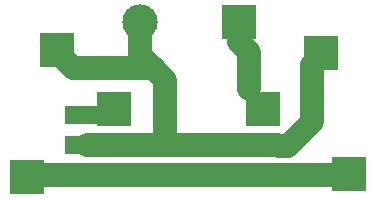
<source format=gbr>
%TF.GenerationSoftware,KiCad,Pcbnew,(6.0.4)*%
%TF.CreationDate,2023-01-17T21:54:18-05:00*%
%TF.ProjectId,Analog bridge,416e616c-6f67-4206-9272-696467652e6b,rev?*%
%TF.SameCoordinates,Original*%
%TF.FileFunction,Copper,L1,Top*%
%TF.FilePolarity,Positive*%
%FSLAX46Y46*%
G04 Gerber Fmt 4.6, Leading zero omitted, Abs format (unit mm)*
G04 Created by KiCad (PCBNEW (6.0.4)) date 2023-01-17 21:54:18*
%MOMM*%
%LPD*%
G01*
G04 APERTURE LIST*
%TA.AperFunction,ComponentPad*%
%ADD10R,3.000000X3.000000*%
%TD*%
%TA.AperFunction,ComponentPad*%
%ADD11O,3.000000X3.000000*%
%TD*%
%TA.AperFunction,SMDPad,CuDef*%
%ADD12R,3.810000X1.524000*%
%TD*%
%TA.AperFunction,Conductor*%
%ADD13C,2.000000*%
%TD*%
%TA.AperFunction,Conductor*%
%ADD14C,1.000000*%
%TD*%
G04 APERTURE END LIST*
D10*
%TO.P,REF\u002A\u002A,1*%
%TO.N,N/C*%
X4500000Y-14600000D03*
%TD*%
%TO.P,REF\u002A\u002A,1*%
%TO.N,N/C*%
X29400000Y-4100000D03*
%TD*%
%TO.P,barreljack1,1*%
%TO.N,Net-(BUTTON1-Pad1)*%
X22500000Y-1500000D03*
D11*
%TO.P,barreljack1,2*%
%TO.N,Net-(U1-Pad1)*%
X14100000Y-1500000D03*
%TD*%
D10*
%TO.P,BUTTON1,1,A*%
%TO.N,Net-(BUTTON1-Pad1)*%
X24525000Y-8900000D03*
%TO.P,BUTTON1,2,B*%
%TO.N,Net-(BUTTON1-Pad2)*%
X11925000Y-8900000D03*
%TD*%
D12*
%TO.P,3.3V_POLULO,1,GND*%
%TO.N,Net-(U1-Pad1)*%
X9570004Y-11940000D03*
%TO.P,3.3V_POLULO,4,VIN*%
%TO.N,Net-(BUTTON1-Pad2)*%
X9570004Y-9400000D03*
%TO.P,3.3V_POLULO,5,VOUT*%
%TO.N,Net-(REED1-Pad2)*%
X9570004Y-14480000D03*
%TD*%
D10*
%TO.P,REF\u002A\u002A,1*%
%TO.N,N/C*%
X31800000Y-14400000D03*
%TD*%
%TO.P,REF\u002A\u002A,1*%
%TO.N,N/C*%
X7100000Y-3900000D03*
%TD*%
D13*
%TO.N,Net-(BUTTON1-Pad1)*%
X23325000Y-4025000D02*
X23325000Y-7200000D01*
X22500000Y-1500000D02*
X22500000Y-3200000D01*
X22500000Y-3200000D02*
X23325000Y-4025000D01*
%TO.N,Net-(U1-Pad1)*%
X6958760Y-3942343D02*
X8452642Y-5436225D01*
D14*
X14752550Y-4900000D02*
X14700000Y-4900000D01*
D13*
X28625000Y-5121566D02*
X29792319Y-3954247D01*
X16225000Y-6425000D02*
X14700000Y-4900000D01*
X26625000Y-12000000D02*
X28625000Y-10000000D01*
X14100000Y-4300000D02*
X14700000Y-4900000D01*
D14*
X15288775Y-5436225D02*
X14752550Y-4900000D01*
D13*
X28625000Y-10000000D02*
X28625000Y-5121566D01*
D14*
X9570004Y-11940000D02*
X14985000Y-11940000D01*
D13*
X25765000Y-11940000D02*
X9570004Y-11940000D01*
X25825000Y-12000000D02*
X26625000Y-12000000D01*
X8452642Y-5436225D02*
X15288775Y-5436225D01*
X14100000Y-1500000D02*
X14100000Y-4300000D01*
X16225000Y-11600000D02*
X16225000Y-6425000D01*
%TO.N,Net-(REED1-Pad2)*%
X32157500Y-14480000D02*
X9570004Y-14480000D01*
X4080000Y-14480000D02*
X9570004Y-14480000D01*
%TD*%
M02*

</source>
